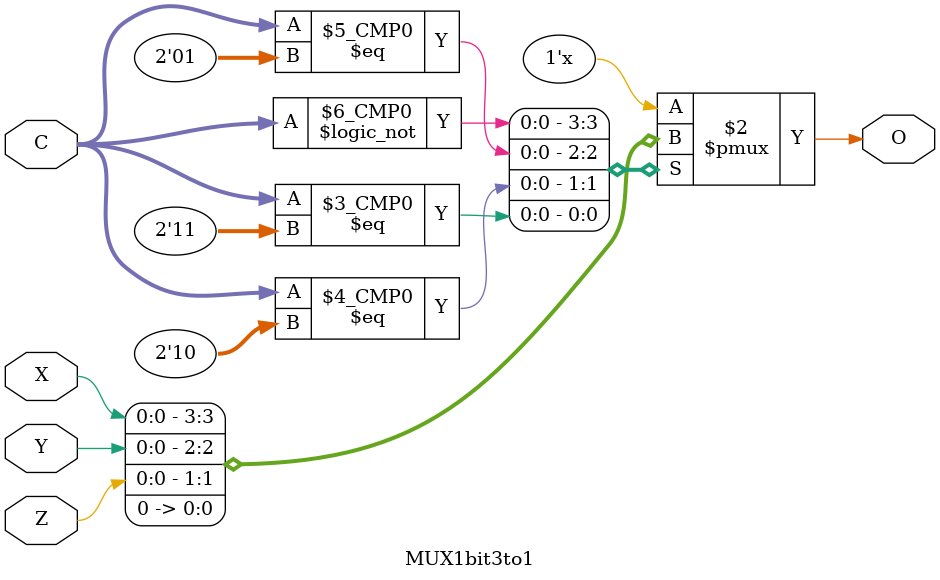
<source format=v>
module MUX3bit3to1(X,Y,Z,C,O);
	input wire [3:0]X;
	input wire [3:0]Y;
	input wire [3:0]Z;
	input wire [1:0]C;
	output reg [3:0]O;
	always @(X,Y,Z,C)
	begin
		case(C)
			2'b00: O<=X;
			2'b01: O<=Y;
			2'b10: O<=Z;
			2'b11: O<=0;
		endcase
	end
endmodule

module MUX1bit3to1(X,Y,Z,C,O);
	input wire X;
	input wire Y;
	input wire Z;
	input wire [1:0]C;
	output reg O;
	always @(X,Y,Z,C)
	begin
		case(C)
			2'b00: O<=X;
			2'b01: O<=Y;
			2'b10: O<=Z;
			2'b11: O<=0;
		endcase
	end
endmodule

</source>
